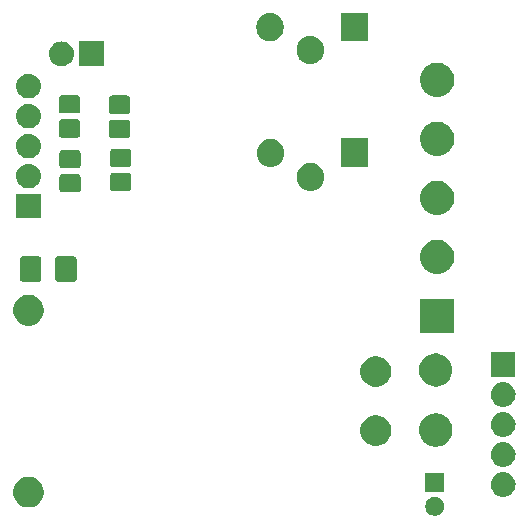
<source format=gbr>
G04 #@! TF.GenerationSoftware,KiCad,Pcbnew,5.0.1*
G04 #@! TF.CreationDate,2019-01-05T16:55:32+01:00*
G04 #@! TF.ProjectId,sensor_board-ac-7 -without-regulator-2,73656E736F725F626F6172642D61632D,V1.2*
G04 #@! TF.SameCoordinates,Original*
G04 #@! TF.FileFunction,Soldermask,Top*
G04 #@! TF.FilePolarity,Negative*
%FSLAX46Y46*%
G04 Gerber Fmt 4.6, Leading zero omitted, Abs format (unit mm)*
G04 Created by KiCad (PCBNEW 5.0.1) date Sat 05 Jan 2019 04:55:32 PM CET*
%MOMM*%
%LPD*%
G01*
G04 APERTURE LIST*
%ADD10C,0.100000*%
G04 APERTURE END LIST*
D10*
G36*
X65874572Y-68012424D02*
X66020161Y-68072729D01*
X66151193Y-68160282D01*
X66262619Y-68271708D01*
X66350172Y-68402740D01*
X66410477Y-68548329D01*
X66441220Y-68702886D01*
X66441220Y-68860476D01*
X66410477Y-69015033D01*
X66350172Y-69160622D01*
X66262619Y-69291654D01*
X66151193Y-69403080D01*
X66020161Y-69490633D01*
X65874572Y-69550938D01*
X65720015Y-69581681D01*
X65562425Y-69581681D01*
X65407868Y-69550938D01*
X65262279Y-69490633D01*
X65131247Y-69403080D01*
X65019821Y-69291654D01*
X64932268Y-69160622D01*
X64871963Y-69015033D01*
X64841220Y-68860476D01*
X64841220Y-68702886D01*
X64871963Y-68548329D01*
X64932268Y-68402740D01*
X65019821Y-68271708D01*
X65131247Y-68160282D01*
X65262279Y-68072729D01*
X65407868Y-68012424D01*
X65562425Y-67981681D01*
X65720015Y-67981681D01*
X65874572Y-68012424D01*
X65874572Y-68012424D01*
G37*
G36*
X31640496Y-66320298D02*
X31877080Y-66418294D01*
X32090005Y-66560566D01*
X32271074Y-66741635D01*
X32413346Y-66954560D01*
X32511342Y-67191144D01*
X32561300Y-67442300D01*
X32561300Y-67698380D01*
X32511342Y-67949536D01*
X32413346Y-68186120D01*
X32271074Y-68399045D01*
X32090005Y-68580114D01*
X31877080Y-68722386D01*
X31640496Y-68820382D01*
X31389340Y-68870340D01*
X31133260Y-68870340D01*
X30882104Y-68820382D01*
X30645520Y-68722386D01*
X30432595Y-68580114D01*
X30251526Y-68399045D01*
X30109254Y-68186120D01*
X30011258Y-67949536D01*
X29961300Y-67698380D01*
X29961300Y-67442300D01*
X30011258Y-67191144D01*
X30109254Y-66954560D01*
X30251526Y-66741635D01*
X30432595Y-66560566D01*
X30645520Y-66418294D01*
X30882104Y-66320298D01*
X31133260Y-66270340D01*
X31389340Y-66270340D01*
X31640496Y-66320298D01*
X31640496Y-66320298D01*
G37*
G36*
X71566207Y-65886596D02*
X71643336Y-65894193D01*
X71775287Y-65934220D01*
X71841263Y-65954233D01*
X72023672Y-66051733D01*
X72183554Y-66182946D01*
X72314767Y-66342828D01*
X72412267Y-66525237D01*
X72412267Y-66525238D01*
X72472307Y-66723164D01*
X72492580Y-66929000D01*
X72472307Y-67134836D01*
X72455226Y-67191144D01*
X72412267Y-67332763D01*
X72314767Y-67515172D01*
X72183554Y-67675054D01*
X72023672Y-67806267D01*
X71841263Y-67903767D01*
X71775287Y-67923780D01*
X71643336Y-67963807D01*
X71566207Y-67971404D01*
X71489080Y-67979000D01*
X71385920Y-67979000D01*
X71308793Y-67971404D01*
X71231664Y-67963807D01*
X71099713Y-67923780D01*
X71033737Y-67903767D01*
X70851328Y-67806267D01*
X70691446Y-67675054D01*
X70560233Y-67515172D01*
X70462733Y-67332763D01*
X70419774Y-67191144D01*
X70402693Y-67134836D01*
X70382420Y-66929000D01*
X70402693Y-66723164D01*
X70462733Y-66525238D01*
X70462733Y-66525237D01*
X70560233Y-66342828D01*
X70691446Y-66182946D01*
X70851328Y-66051733D01*
X71033737Y-65954233D01*
X71099713Y-65934220D01*
X71231664Y-65894193D01*
X71308793Y-65886596D01*
X71385920Y-65879000D01*
X71489080Y-65879000D01*
X71566207Y-65886596D01*
X71566207Y-65886596D01*
G37*
G36*
X66441220Y-67581680D02*
X64841220Y-67581680D01*
X64841220Y-65981680D01*
X66441220Y-65981680D01*
X66441220Y-67581680D01*
X66441220Y-67581680D01*
G37*
G36*
X71566207Y-63346597D02*
X71643336Y-63354193D01*
X71775287Y-63394220D01*
X71841263Y-63414233D01*
X72023672Y-63511733D01*
X72183554Y-63642946D01*
X72314767Y-63802828D01*
X72412267Y-63985237D01*
X72412267Y-63985238D01*
X72472307Y-64183164D01*
X72492580Y-64389000D01*
X72472307Y-64594836D01*
X72432280Y-64726787D01*
X72412267Y-64792763D01*
X72314767Y-64975172D01*
X72183554Y-65135054D01*
X72023672Y-65266267D01*
X71841263Y-65363767D01*
X71775287Y-65383780D01*
X71643336Y-65423807D01*
X71566207Y-65431403D01*
X71489080Y-65439000D01*
X71385920Y-65439000D01*
X71308793Y-65431403D01*
X71231664Y-65423807D01*
X71099713Y-65383780D01*
X71033737Y-65363767D01*
X70851328Y-65266267D01*
X70691446Y-65135054D01*
X70560233Y-64975172D01*
X70462733Y-64792763D01*
X70442720Y-64726787D01*
X70402693Y-64594836D01*
X70382420Y-64389000D01*
X70402693Y-64183164D01*
X70462733Y-63985238D01*
X70462733Y-63985237D01*
X70560233Y-63802828D01*
X70691446Y-63642946D01*
X70851328Y-63511733D01*
X71033737Y-63414233D01*
X71099713Y-63394220D01*
X71231664Y-63354193D01*
X71308793Y-63346597D01*
X71385920Y-63339000D01*
X71489080Y-63339000D01*
X71566207Y-63346597D01*
X71566207Y-63346597D01*
G37*
G36*
X66010866Y-60945800D02*
X66146105Y-60972701D01*
X66326263Y-61047325D01*
X66381827Y-61070340D01*
X66400889Y-61078236D01*
X66437870Y-61102946D01*
X66630191Y-61231451D01*
X66825189Y-61426449D01*
X66825191Y-61426452D01*
X66978404Y-61655751D01*
X67083939Y-61910535D01*
X67137740Y-62181012D01*
X67137740Y-62456788D01*
X67083939Y-62727265D01*
X67019097Y-62883807D01*
X66978405Y-62982047D01*
X66825189Y-63211351D01*
X66630191Y-63406349D01*
X66630188Y-63406351D01*
X66400889Y-63559564D01*
X66146105Y-63665099D01*
X66010866Y-63692000D01*
X65875629Y-63718900D01*
X65599851Y-63718900D01*
X65464614Y-63692000D01*
X65329375Y-63665099D01*
X65074591Y-63559564D01*
X64845292Y-63406351D01*
X64845289Y-63406349D01*
X64650291Y-63211351D01*
X64497075Y-62982047D01*
X64456383Y-62883807D01*
X64391541Y-62727265D01*
X64337740Y-62456788D01*
X64337740Y-62181012D01*
X64391541Y-61910535D01*
X64497076Y-61655751D01*
X64650289Y-61426452D01*
X64650291Y-61426449D01*
X64845289Y-61231451D01*
X65037610Y-61102946D01*
X65074591Y-61078236D01*
X65093654Y-61070340D01*
X65149217Y-61047325D01*
X65329375Y-60972701D01*
X65464614Y-60945800D01*
X65599851Y-60918900D01*
X65875629Y-60918900D01*
X66010866Y-60945800D01*
X66010866Y-60945800D01*
G37*
G36*
X61040496Y-61120298D02*
X61277080Y-61218294D01*
X61490005Y-61360566D01*
X61671074Y-61541635D01*
X61813346Y-61754560D01*
X61911342Y-61991144D01*
X61961300Y-62242300D01*
X61961300Y-62498380D01*
X61911342Y-62749536D01*
X61813346Y-62986120D01*
X61671074Y-63199045D01*
X61490005Y-63380114D01*
X61277080Y-63522386D01*
X61040496Y-63620382D01*
X60789340Y-63670340D01*
X60533260Y-63670340D01*
X60282104Y-63620382D01*
X60045520Y-63522386D01*
X59832595Y-63380114D01*
X59651526Y-63199045D01*
X59509254Y-62986120D01*
X59411258Y-62749536D01*
X59361300Y-62498380D01*
X59361300Y-62242300D01*
X59411258Y-61991144D01*
X59509254Y-61754560D01*
X59651526Y-61541635D01*
X59832595Y-61360566D01*
X60045520Y-61218294D01*
X60282104Y-61120298D01*
X60533260Y-61070340D01*
X60789340Y-61070340D01*
X61040496Y-61120298D01*
X61040496Y-61120298D01*
G37*
G36*
X71566207Y-60806596D02*
X71643336Y-60814193D01*
X71775287Y-60854220D01*
X71841263Y-60874233D01*
X72023672Y-60971733D01*
X72183554Y-61102946D01*
X72314767Y-61262828D01*
X72412267Y-61445237D01*
X72412267Y-61445238D01*
X72472307Y-61643164D01*
X72492580Y-61849000D01*
X72472307Y-62054836D01*
X72434032Y-62181011D01*
X72412267Y-62252763D01*
X72314767Y-62435172D01*
X72183554Y-62595054D01*
X72023672Y-62726267D01*
X71841263Y-62823767D01*
X71775287Y-62843780D01*
X71643336Y-62883807D01*
X71566207Y-62891403D01*
X71489080Y-62899000D01*
X71385920Y-62899000D01*
X71308793Y-62891403D01*
X71231664Y-62883807D01*
X71099713Y-62843780D01*
X71033737Y-62823767D01*
X70851328Y-62726267D01*
X70691446Y-62595054D01*
X70560233Y-62435172D01*
X70462733Y-62252763D01*
X70440968Y-62181011D01*
X70402693Y-62054836D01*
X70382420Y-61849000D01*
X70402693Y-61643164D01*
X70462733Y-61445238D01*
X70462733Y-61445237D01*
X70560233Y-61262828D01*
X70691446Y-61102946D01*
X70851328Y-60971733D01*
X71033737Y-60874233D01*
X71099713Y-60854220D01*
X71231664Y-60814193D01*
X71308793Y-60806596D01*
X71385920Y-60799000D01*
X71489080Y-60799000D01*
X71566207Y-60806596D01*
X71566207Y-60806596D01*
G37*
G36*
X71566207Y-58266597D02*
X71643336Y-58274193D01*
X71775287Y-58314220D01*
X71841263Y-58334233D01*
X72023672Y-58431733D01*
X72183554Y-58562946D01*
X72314767Y-58722828D01*
X72412267Y-58905237D01*
X72412267Y-58905238D01*
X72472307Y-59103164D01*
X72492580Y-59309000D01*
X72472307Y-59514836D01*
X72432280Y-59646787D01*
X72412267Y-59712763D01*
X72314767Y-59895172D01*
X72183554Y-60055054D01*
X72023672Y-60186267D01*
X71841263Y-60283767D01*
X71775287Y-60303780D01*
X71643336Y-60343807D01*
X71566207Y-60351403D01*
X71489080Y-60359000D01*
X71385920Y-60359000D01*
X71308793Y-60351403D01*
X71231664Y-60343807D01*
X71099713Y-60303780D01*
X71033737Y-60283767D01*
X70851328Y-60186267D01*
X70691446Y-60055054D01*
X70560233Y-59895172D01*
X70462733Y-59712763D01*
X70442720Y-59646787D01*
X70402693Y-59514836D01*
X70382420Y-59309000D01*
X70402693Y-59103164D01*
X70462733Y-58905238D01*
X70462733Y-58905237D01*
X70560233Y-58722828D01*
X70691446Y-58562946D01*
X70851328Y-58431733D01*
X71033737Y-58334233D01*
X71099713Y-58314220D01*
X71231664Y-58274193D01*
X71308793Y-58266597D01*
X71385920Y-58259000D01*
X71489080Y-58259000D01*
X71566207Y-58266597D01*
X71566207Y-58266597D01*
G37*
G36*
X61040496Y-56120298D02*
X61277080Y-56218294D01*
X61490005Y-56360566D01*
X61671074Y-56541635D01*
X61813346Y-56754560D01*
X61911342Y-56991144D01*
X61961300Y-57242300D01*
X61961300Y-57498380D01*
X61911342Y-57749536D01*
X61813346Y-57986120D01*
X61671074Y-58199045D01*
X61490005Y-58380114D01*
X61277080Y-58522386D01*
X61040496Y-58620382D01*
X60789340Y-58670340D01*
X60533260Y-58670340D01*
X60282104Y-58620382D01*
X60045520Y-58522386D01*
X59832595Y-58380114D01*
X59651526Y-58199045D01*
X59509254Y-57986120D01*
X59411258Y-57749536D01*
X59361300Y-57498380D01*
X59361300Y-57242300D01*
X59411258Y-56991144D01*
X59509254Y-56754560D01*
X59651526Y-56541635D01*
X59832595Y-56360566D01*
X60045520Y-56218294D01*
X60282104Y-56120298D01*
X60533260Y-56070340D01*
X60789340Y-56070340D01*
X61040496Y-56120298D01*
X61040496Y-56120298D01*
G37*
G36*
X66012188Y-55859157D02*
X66276089Y-55939210D01*
X66519302Y-56069210D01*
X66732479Y-56244161D01*
X66907430Y-56457338D01*
X67037430Y-56700551D01*
X67117483Y-56964452D01*
X67144514Y-57238900D01*
X67117483Y-57513348D01*
X67037430Y-57777249D01*
X66907430Y-58020462D01*
X66732479Y-58233639D01*
X66519302Y-58408590D01*
X66276089Y-58538590D01*
X66012188Y-58618643D01*
X65806517Y-58638900D01*
X65668963Y-58638900D01*
X65463292Y-58618643D01*
X65199391Y-58538590D01*
X64956178Y-58408590D01*
X64743001Y-58233639D01*
X64568050Y-58020462D01*
X64438050Y-57777249D01*
X64357997Y-57513348D01*
X64330966Y-57238900D01*
X64357997Y-56964452D01*
X64438050Y-56700551D01*
X64568050Y-56457338D01*
X64743001Y-56244161D01*
X64956178Y-56069210D01*
X65199391Y-55939210D01*
X65463292Y-55859157D01*
X65668963Y-55838900D01*
X65806517Y-55838900D01*
X66012188Y-55859157D01*
X66012188Y-55859157D01*
G37*
G36*
X72487500Y-57819000D02*
X70387500Y-57819000D01*
X70387500Y-55719000D01*
X72487500Y-55719000D01*
X72487500Y-57819000D01*
X72487500Y-57819000D01*
G37*
G36*
X67304580Y-54111820D02*
X64404580Y-54111820D01*
X64404580Y-51211820D01*
X67304580Y-51211820D01*
X67304580Y-54111820D01*
X67304580Y-54111820D01*
G37*
G36*
X31640496Y-50920298D02*
X31877080Y-51018294D01*
X32090005Y-51160566D01*
X32271074Y-51341635D01*
X32413346Y-51554560D01*
X32511342Y-51791144D01*
X32561300Y-52042300D01*
X32561300Y-52298380D01*
X32511342Y-52549536D01*
X32413346Y-52786120D01*
X32271074Y-52999045D01*
X32090005Y-53180114D01*
X31877080Y-53322386D01*
X31640496Y-53420382D01*
X31389340Y-53470340D01*
X31133260Y-53470340D01*
X30882104Y-53420382D01*
X30645520Y-53322386D01*
X30432595Y-53180114D01*
X30251526Y-52999045D01*
X30109254Y-52786120D01*
X30011258Y-52549536D01*
X29961300Y-52298380D01*
X29961300Y-52042300D01*
X30011258Y-51791144D01*
X30109254Y-51554560D01*
X30251526Y-51341635D01*
X30432595Y-51160566D01*
X30645520Y-51018294D01*
X30882104Y-50920298D01*
X31133260Y-50870340D01*
X31389340Y-50870340D01*
X31640496Y-50920298D01*
X31640496Y-50920298D01*
G37*
G36*
X32163582Y-47616906D02*
X32208304Y-47630473D01*
X32249533Y-47652510D01*
X32285661Y-47682159D01*
X32315310Y-47718287D01*
X32337347Y-47759516D01*
X32350914Y-47804238D01*
X32356100Y-47856895D01*
X32356100Y-49516545D01*
X32350914Y-49569202D01*
X32337347Y-49613924D01*
X32315310Y-49655153D01*
X32285661Y-49691281D01*
X32249533Y-49720930D01*
X32208304Y-49742967D01*
X32163582Y-49756534D01*
X32110925Y-49761720D01*
X30776275Y-49761720D01*
X30723618Y-49756534D01*
X30678896Y-49742967D01*
X30637667Y-49720930D01*
X30601539Y-49691281D01*
X30571890Y-49655153D01*
X30549853Y-49613924D01*
X30536286Y-49569202D01*
X30531100Y-49516545D01*
X30531100Y-47856895D01*
X30536286Y-47804238D01*
X30549853Y-47759516D01*
X30571890Y-47718287D01*
X30601539Y-47682159D01*
X30637667Y-47652510D01*
X30678896Y-47630473D01*
X30723618Y-47616906D01*
X30776275Y-47611720D01*
X32110925Y-47611720D01*
X32163582Y-47616906D01*
X32163582Y-47616906D01*
G37*
G36*
X35138582Y-47616906D02*
X35183304Y-47630473D01*
X35224533Y-47652510D01*
X35260661Y-47682159D01*
X35290310Y-47718287D01*
X35312347Y-47759516D01*
X35325914Y-47804238D01*
X35331100Y-47856895D01*
X35331100Y-49516545D01*
X35325914Y-49569202D01*
X35312347Y-49613924D01*
X35290310Y-49655153D01*
X35260661Y-49691281D01*
X35224533Y-49720930D01*
X35183304Y-49742967D01*
X35138582Y-49756534D01*
X35085925Y-49761720D01*
X33751275Y-49761720D01*
X33698618Y-49756534D01*
X33653896Y-49742967D01*
X33612667Y-49720930D01*
X33576539Y-49691281D01*
X33546890Y-49655153D01*
X33524853Y-49613924D01*
X33511286Y-49569202D01*
X33506100Y-49516545D01*
X33506100Y-47856895D01*
X33511286Y-47804238D01*
X33524853Y-47759516D01*
X33546890Y-47718287D01*
X33576539Y-47682159D01*
X33612667Y-47652510D01*
X33653896Y-47630473D01*
X33698618Y-47616906D01*
X33751275Y-47611720D01*
X35085925Y-47611720D01*
X35138582Y-47616906D01*
X35138582Y-47616906D01*
G37*
G36*
X66277527Y-46267542D02*
X66541413Y-46376847D01*
X66778904Y-46535533D01*
X66980867Y-46737496D01*
X67139553Y-46974987D01*
X67248858Y-47238873D01*
X67304580Y-47519006D01*
X67304580Y-47804634D01*
X67248858Y-48084767D01*
X67139553Y-48348653D01*
X66980867Y-48586144D01*
X66778904Y-48788107D01*
X66541413Y-48946793D01*
X66277527Y-49056098D01*
X65997394Y-49111820D01*
X65711766Y-49111820D01*
X65431633Y-49056098D01*
X65167747Y-48946793D01*
X64930256Y-48788107D01*
X64728293Y-48586144D01*
X64569607Y-48348653D01*
X64460302Y-48084767D01*
X64404580Y-47804634D01*
X64404580Y-47519006D01*
X64460302Y-47238873D01*
X64569607Y-46974987D01*
X64728293Y-46737496D01*
X64930256Y-46535533D01*
X65167747Y-46376847D01*
X65431633Y-46267542D01*
X65711766Y-46211820D01*
X65997394Y-46211820D01*
X66277527Y-46267542D01*
X66277527Y-46267542D01*
G37*
G36*
X32304700Y-44407800D02*
X30204700Y-44407800D01*
X30204700Y-42307800D01*
X32304700Y-42307800D01*
X32304700Y-44407800D01*
X32304700Y-44407800D01*
G37*
G36*
X66277527Y-41267542D02*
X66541413Y-41376847D01*
X66778904Y-41535533D01*
X66980867Y-41737496D01*
X67139553Y-41974987D01*
X67248858Y-42238873D01*
X67304580Y-42519006D01*
X67304580Y-42804634D01*
X67248858Y-43084767D01*
X67139553Y-43348653D01*
X66980867Y-43586144D01*
X66778904Y-43788107D01*
X66541413Y-43946793D01*
X66277527Y-44056098D01*
X65997394Y-44111820D01*
X65711766Y-44111820D01*
X65431633Y-44056098D01*
X65167747Y-43946793D01*
X64930256Y-43788107D01*
X64728293Y-43586144D01*
X64569607Y-43348653D01*
X64460302Y-43084767D01*
X64404580Y-42804634D01*
X64404580Y-42519006D01*
X64460302Y-42238873D01*
X64569607Y-41974987D01*
X64728293Y-41737496D01*
X64930256Y-41535533D01*
X65167747Y-41376847D01*
X65431633Y-41267542D01*
X65711766Y-41211820D01*
X65997394Y-41211820D01*
X66277527Y-41267542D01*
X66277527Y-41267542D01*
G37*
G36*
X35463210Y-40664570D02*
X35513059Y-40679691D01*
X35558991Y-40704242D01*
X35599254Y-40737286D01*
X35632298Y-40777549D01*
X35656849Y-40823481D01*
X35671970Y-40873330D01*
X35677680Y-40931304D01*
X35677680Y-41936416D01*
X35671970Y-41994390D01*
X35656849Y-42044239D01*
X35632298Y-42090171D01*
X35599254Y-42130434D01*
X35558991Y-42163478D01*
X35513059Y-42188029D01*
X35463210Y-42203150D01*
X35405236Y-42208860D01*
X34150124Y-42208860D01*
X34092150Y-42203150D01*
X34042301Y-42188029D01*
X33996369Y-42163478D01*
X33956106Y-42130434D01*
X33923062Y-42090171D01*
X33898511Y-42044239D01*
X33883390Y-41994390D01*
X33877680Y-41936416D01*
X33877680Y-40931304D01*
X33883390Y-40873330D01*
X33898511Y-40823481D01*
X33923062Y-40777549D01*
X33956106Y-40737286D01*
X33996369Y-40704242D01*
X34042301Y-40679691D01*
X34092150Y-40664570D01*
X34150124Y-40658860D01*
X35405236Y-40658860D01*
X35463210Y-40664570D01*
X35463210Y-40664570D01*
G37*
G36*
X39748190Y-40555350D02*
X39798039Y-40570471D01*
X39843971Y-40595022D01*
X39884234Y-40628066D01*
X39917278Y-40668329D01*
X39941829Y-40714261D01*
X39956950Y-40764110D01*
X39962660Y-40822084D01*
X39962660Y-41827196D01*
X39956950Y-41885170D01*
X39941829Y-41935019D01*
X39917278Y-41980951D01*
X39884234Y-42021214D01*
X39843971Y-42054258D01*
X39798039Y-42078809D01*
X39748190Y-42093930D01*
X39690216Y-42099640D01*
X38435104Y-42099640D01*
X38377130Y-42093930D01*
X38327281Y-42078809D01*
X38281349Y-42054258D01*
X38241086Y-42021214D01*
X38208042Y-41980951D01*
X38183491Y-41935019D01*
X38168370Y-41885170D01*
X38162660Y-41827196D01*
X38162660Y-40822084D01*
X38168370Y-40764110D01*
X38183491Y-40714261D01*
X38208042Y-40668329D01*
X38241086Y-40628066D01*
X38281349Y-40595022D01*
X38327281Y-40570471D01*
X38377130Y-40555350D01*
X38435104Y-40549640D01*
X39690216Y-40549640D01*
X39748190Y-40555350D01*
X39748190Y-40555350D01*
G37*
G36*
X55349009Y-39695436D02*
X55407381Y-39713143D01*
X55566257Y-39761337D01*
X55766475Y-39868356D01*
X55941961Y-40012373D01*
X56015575Y-40102073D01*
X56085985Y-40187868D01*
X56085986Y-40187870D01*
X56193003Y-40388084D01*
X56200876Y-40414038D01*
X56258904Y-40605331D01*
X56258904Y-40605333D01*
X56275580Y-40774645D01*
X56275580Y-40982876D01*
X56258904Y-41152188D01*
X56193003Y-41369437D01*
X56085984Y-41569655D01*
X55941967Y-41745141D01*
X55840489Y-41828421D01*
X55766472Y-41889165D01*
X55766470Y-41889166D01*
X55566256Y-41996183D01*
X55483739Y-42021214D01*
X55349008Y-42062084D01*
X55123080Y-42084336D01*
X54897151Y-42062084D01*
X54762420Y-42021214D01*
X54679903Y-41996183D01*
X54479685Y-41889164D01*
X54304199Y-41745147D01*
X54208182Y-41628149D01*
X54160175Y-41569652D01*
X54071617Y-41403972D01*
X54053157Y-41369436D01*
X54005345Y-41211820D01*
X53987256Y-41152188D01*
X53974595Y-41023636D01*
X53970580Y-40982875D01*
X53970580Y-40774644D01*
X53987256Y-40605332D01*
X54002186Y-40556115D01*
X54045284Y-40414037D01*
X54053157Y-40388083D01*
X54136784Y-40231629D01*
X54160175Y-40187867D01*
X54230585Y-40102073D01*
X54304197Y-40012376D01*
X54479686Y-39868356D01*
X54679904Y-39761337D01*
X54838780Y-39713143D01*
X54897152Y-39695436D01*
X55123080Y-39673184D01*
X55349009Y-39695436D01*
X55349009Y-39695436D01*
G37*
G36*
X31383407Y-39775396D02*
X31460536Y-39782993D01*
X31588809Y-39821904D01*
X31658463Y-39843033D01*
X31840872Y-39940533D01*
X32000754Y-40071746D01*
X32131967Y-40231628D01*
X32229467Y-40414037D01*
X32229467Y-40414038D01*
X32289507Y-40611964D01*
X32309780Y-40817800D01*
X32289507Y-41023636D01*
X32250512Y-41152187D01*
X32229467Y-41221563D01*
X32131967Y-41403972D01*
X32000754Y-41563854D01*
X31840872Y-41695067D01*
X31658463Y-41792567D01*
X31592487Y-41812580D01*
X31460536Y-41852607D01*
X31383407Y-41860204D01*
X31306280Y-41867800D01*
X31203120Y-41867800D01*
X31125993Y-41860204D01*
X31048864Y-41852607D01*
X30916913Y-41812580D01*
X30850937Y-41792567D01*
X30668528Y-41695067D01*
X30508646Y-41563854D01*
X30377433Y-41403972D01*
X30279933Y-41221563D01*
X30258888Y-41152187D01*
X30219893Y-41023636D01*
X30199620Y-40817800D01*
X30219893Y-40611964D01*
X30279933Y-40414038D01*
X30279933Y-40414037D01*
X30377433Y-40231628D01*
X30508646Y-40071746D01*
X30668528Y-39940533D01*
X30850937Y-39843033D01*
X30920591Y-39821904D01*
X31048864Y-39782993D01*
X31125993Y-39775396D01*
X31203120Y-39767800D01*
X31306280Y-39767800D01*
X31383407Y-39775396D01*
X31383407Y-39775396D01*
G37*
G36*
X35463210Y-38614570D02*
X35513059Y-38629691D01*
X35558991Y-38654242D01*
X35599254Y-38687286D01*
X35632298Y-38727549D01*
X35656849Y-38773481D01*
X35671970Y-38823330D01*
X35677680Y-38881304D01*
X35677680Y-39886416D01*
X35671970Y-39944390D01*
X35656849Y-39994239D01*
X35632298Y-40040171D01*
X35599254Y-40080434D01*
X35558991Y-40113478D01*
X35513059Y-40138029D01*
X35463210Y-40153150D01*
X35405236Y-40158860D01*
X34150124Y-40158860D01*
X34092150Y-40153150D01*
X34042301Y-40138029D01*
X33996369Y-40113478D01*
X33956106Y-40080434D01*
X33923062Y-40040171D01*
X33898511Y-39994239D01*
X33883390Y-39944390D01*
X33877680Y-39886416D01*
X33877680Y-38881304D01*
X33883390Y-38823330D01*
X33898511Y-38773481D01*
X33923062Y-38727549D01*
X33956106Y-38687286D01*
X33996369Y-38654242D01*
X34042301Y-38629691D01*
X34092150Y-38614570D01*
X34150124Y-38608860D01*
X35405236Y-38608860D01*
X35463210Y-38614570D01*
X35463210Y-38614570D01*
G37*
G36*
X51983509Y-37663436D02*
X52076446Y-37691628D01*
X52200757Y-37729337D01*
X52400975Y-37836356D01*
X52576461Y-37980373D01*
X52672478Y-38097371D01*
X52720485Y-38155868D01*
X52720486Y-38155870D01*
X52827503Y-38356084D01*
X52827503Y-38356085D01*
X52893404Y-38573332D01*
X52894666Y-38586144D01*
X52910080Y-38742645D01*
X52910080Y-38950876D01*
X52893404Y-39120188D01*
X52827503Y-39337437D01*
X52720484Y-39537655D01*
X52576467Y-39713141D01*
X52496922Y-39778421D01*
X52400972Y-39857165D01*
X52400970Y-39857166D01*
X52200756Y-39964183D01*
X52101673Y-39994239D01*
X51983508Y-40030084D01*
X51757580Y-40052336D01*
X51531651Y-40030084D01*
X51413486Y-39994239D01*
X51314403Y-39964183D01*
X51114185Y-39857164D01*
X50938699Y-39713147D01*
X50842682Y-39596149D01*
X50794675Y-39537652D01*
X50687658Y-39337437D01*
X50687657Y-39337436D01*
X50654707Y-39228812D01*
X50621756Y-39120188D01*
X50605080Y-38950873D01*
X50605080Y-38742646D01*
X50607891Y-38714110D01*
X50621756Y-38573332D01*
X50630344Y-38545022D01*
X50654707Y-38464707D01*
X50687657Y-38356083D01*
X50744860Y-38249065D01*
X50794675Y-38155867D01*
X50853024Y-38084769D01*
X50938697Y-37980376D01*
X51114186Y-37836356D01*
X51314404Y-37729337D01*
X51438715Y-37691628D01*
X51531652Y-37663436D01*
X51757580Y-37641184D01*
X51983509Y-37663436D01*
X51983509Y-37663436D01*
G37*
G36*
X39748190Y-38505350D02*
X39798039Y-38520471D01*
X39843971Y-38545022D01*
X39884234Y-38578066D01*
X39917278Y-38618329D01*
X39941829Y-38664261D01*
X39956950Y-38714110D01*
X39962660Y-38772084D01*
X39962660Y-39777196D01*
X39956950Y-39835170D01*
X39941829Y-39885019D01*
X39917278Y-39930951D01*
X39884234Y-39971214D01*
X39843971Y-40004258D01*
X39798039Y-40028809D01*
X39748190Y-40043930D01*
X39690216Y-40049640D01*
X38435104Y-40049640D01*
X38377130Y-40043930D01*
X38327281Y-40028809D01*
X38281349Y-40004258D01*
X38241086Y-39971214D01*
X38208042Y-39930951D01*
X38183491Y-39885019D01*
X38168370Y-39835170D01*
X38162660Y-39777196D01*
X38162660Y-38772084D01*
X38168370Y-38714110D01*
X38183491Y-38664261D01*
X38208042Y-38618329D01*
X38241086Y-38578066D01*
X38281349Y-38545022D01*
X38327281Y-38520471D01*
X38377130Y-38505350D01*
X38435104Y-38499640D01*
X39690216Y-38499640D01*
X39748190Y-38505350D01*
X39748190Y-38505350D01*
G37*
G36*
X60017000Y-40034060D02*
X57712000Y-40034060D01*
X57712000Y-37634060D01*
X60017000Y-37634060D01*
X60017000Y-40034060D01*
X60017000Y-40034060D01*
G37*
G36*
X31383407Y-37235396D02*
X31460536Y-37242993D01*
X31592487Y-37283020D01*
X31658463Y-37303033D01*
X31840872Y-37400533D01*
X32000754Y-37531746D01*
X32131967Y-37691628D01*
X32229467Y-37874037D01*
X32229467Y-37874038D01*
X32289507Y-38071964D01*
X32309780Y-38277800D01*
X32289507Y-38483636D01*
X32258412Y-38586144D01*
X32229467Y-38681563D01*
X32131967Y-38863972D01*
X32000754Y-39023854D01*
X31840872Y-39155067D01*
X31658463Y-39252567D01*
X31592487Y-39272580D01*
X31460536Y-39312607D01*
X31383407Y-39320203D01*
X31306280Y-39327800D01*
X31203120Y-39327800D01*
X31125993Y-39320203D01*
X31048864Y-39312607D01*
X30916913Y-39272580D01*
X30850937Y-39252567D01*
X30668528Y-39155067D01*
X30508646Y-39023854D01*
X30377433Y-38863972D01*
X30279933Y-38681563D01*
X30250988Y-38586144D01*
X30219893Y-38483636D01*
X30199620Y-38277800D01*
X30219893Y-38071964D01*
X30279933Y-37874038D01*
X30279933Y-37874037D01*
X30377433Y-37691628D01*
X30508646Y-37531746D01*
X30668528Y-37400533D01*
X30850937Y-37303033D01*
X30916913Y-37283020D01*
X31048864Y-37242993D01*
X31125993Y-37235396D01*
X31203120Y-37227800D01*
X31306280Y-37227800D01*
X31383407Y-37235396D01*
X31383407Y-37235396D01*
G37*
G36*
X66277527Y-36267542D02*
X66541413Y-36376847D01*
X66778904Y-36535533D01*
X66980867Y-36737496D01*
X67139553Y-36974987D01*
X67248858Y-37238873D01*
X67304580Y-37519006D01*
X67304580Y-37804634D01*
X67248858Y-38084767D01*
X67139553Y-38348653D01*
X66980867Y-38586144D01*
X66778904Y-38788107D01*
X66541413Y-38946793D01*
X66277527Y-39056098D01*
X65997394Y-39111820D01*
X65711766Y-39111820D01*
X65431633Y-39056098D01*
X65167747Y-38946793D01*
X64930256Y-38788107D01*
X64728293Y-38586144D01*
X64569607Y-38348653D01*
X64460302Y-38084767D01*
X64404580Y-37804634D01*
X64404580Y-37519006D01*
X64460302Y-37238873D01*
X64569607Y-36974987D01*
X64728293Y-36737496D01*
X64930256Y-36535533D01*
X65167747Y-36376847D01*
X65431633Y-36267542D01*
X65711766Y-36211820D01*
X65997394Y-36211820D01*
X66277527Y-36267542D01*
X66277527Y-36267542D01*
G37*
G36*
X39644050Y-36051930D02*
X39693899Y-36067051D01*
X39739831Y-36091602D01*
X39780094Y-36124646D01*
X39813138Y-36164909D01*
X39837689Y-36210841D01*
X39852810Y-36260690D01*
X39858520Y-36318664D01*
X39858520Y-37323776D01*
X39852810Y-37381750D01*
X39837689Y-37431599D01*
X39813138Y-37477531D01*
X39780094Y-37517794D01*
X39739831Y-37550838D01*
X39693899Y-37575389D01*
X39644050Y-37590510D01*
X39586076Y-37596220D01*
X38330964Y-37596220D01*
X38272990Y-37590510D01*
X38223141Y-37575389D01*
X38177209Y-37550838D01*
X38136946Y-37517794D01*
X38103902Y-37477531D01*
X38079351Y-37431599D01*
X38064230Y-37381750D01*
X38058520Y-37323776D01*
X38058520Y-36318664D01*
X38064230Y-36260690D01*
X38079351Y-36210841D01*
X38103902Y-36164909D01*
X38136946Y-36124646D01*
X38177209Y-36091602D01*
X38223141Y-36067051D01*
X38272990Y-36051930D01*
X38330964Y-36046220D01*
X39586076Y-36046220D01*
X39644050Y-36051930D01*
X39644050Y-36051930D01*
G37*
G36*
X35414950Y-36023990D02*
X35464799Y-36039111D01*
X35510731Y-36063662D01*
X35550994Y-36096706D01*
X35584038Y-36136969D01*
X35608589Y-36182901D01*
X35623710Y-36232750D01*
X35629420Y-36290724D01*
X35629420Y-37295836D01*
X35623710Y-37353810D01*
X35608589Y-37403659D01*
X35584038Y-37449591D01*
X35550994Y-37489854D01*
X35510731Y-37522898D01*
X35464799Y-37547449D01*
X35414950Y-37562570D01*
X35356976Y-37568280D01*
X34101864Y-37568280D01*
X34043890Y-37562570D01*
X33994041Y-37547449D01*
X33948109Y-37522898D01*
X33907846Y-37489854D01*
X33874802Y-37449591D01*
X33850251Y-37403659D01*
X33835130Y-37353810D01*
X33829420Y-37295836D01*
X33829420Y-36290724D01*
X33835130Y-36232750D01*
X33850251Y-36182901D01*
X33874802Y-36136969D01*
X33907846Y-36096706D01*
X33948109Y-36063662D01*
X33994041Y-36039111D01*
X34043890Y-36023990D01*
X34101864Y-36018280D01*
X35356976Y-36018280D01*
X35414950Y-36023990D01*
X35414950Y-36023990D01*
G37*
G36*
X31383407Y-34695396D02*
X31460536Y-34702993D01*
X31592487Y-34743020D01*
X31658463Y-34763033D01*
X31840872Y-34860533D01*
X32000754Y-34991746D01*
X32131967Y-35151628D01*
X32229467Y-35334037D01*
X32248405Y-35396467D01*
X32289507Y-35531964D01*
X32309780Y-35737800D01*
X32289507Y-35943636D01*
X32256656Y-36051930D01*
X32229467Y-36141563D01*
X32131967Y-36323972D01*
X32000754Y-36483854D01*
X31840872Y-36615067D01*
X31658463Y-36712567D01*
X31592487Y-36732580D01*
X31460536Y-36772607D01*
X31383407Y-36780203D01*
X31306280Y-36787800D01*
X31203120Y-36787800D01*
X31125993Y-36780203D01*
X31048864Y-36772607D01*
X30916913Y-36732580D01*
X30850937Y-36712567D01*
X30668528Y-36615067D01*
X30508646Y-36483854D01*
X30377433Y-36323972D01*
X30279933Y-36141563D01*
X30252744Y-36051930D01*
X30219893Y-35943636D01*
X30199620Y-35737800D01*
X30219893Y-35531964D01*
X30260995Y-35396467D01*
X30279933Y-35334037D01*
X30377433Y-35151628D01*
X30508646Y-34991746D01*
X30668528Y-34860533D01*
X30850937Y-34763033D01*
X30916913Y-34743020D01*
X31048864Y-34702993D01*
X31125993Y-34695396D01*
X31203120Y-34687800D01*
X31306280Y-34687800D01*
X31383407Y-34695396D01*
X31383407Y-34695396D01*
G37*
G36*
X39644050Y-34001930D02*
X39693899Y-34017051D01*
X39739831Y-34041602D01*
X39780094Y-34074646D01*
X39813138Y-34114909D01*
X39837689Y-34160841D01*
X39852810Y-34210690D01*
X39858520Y-34268664D01*
X39858520Y-35273776D01*
X39852810Y-35331750D01*
X39837689Y-35381599D01*
X39813138Y-35427531D01*
X39780094Y-35467794D01*
X39739831Y-35500838D01*
X39693899Y-35525389D01*
X39644050Y-35540510D01*
X39586076Y-35546220D01*
X38330964Y-35546220D01*
X38272990Y-35540510D01*
X38223141Y-35525389D01*
X38177209Y-35500838D01*
X38136946Y-35467794D01*
X38103902Y-35427531D01*
X38079351Y-35381599D01*
X38064230Y-35331750D01*
X38058520Y-35273776D01*
X38058520Y-34268664D01*
X38064230Y-34210690D01*
X38079351Y-34160841D01*
X38103902Y-34114909D01*
X38136946Y-34074646D01*
X38177209Y-34041602D01*
X38223141Y-34017051D01*
X38272990Y-34001930D01*
X38330964Y-33996220D01*
X39586076Y-33996220D01*
X39644050Y-34001930D01*
X39644050Y-34001930D01*
G37*
G36*
X35414950Y-33973990D02*
X35464799Y-33989111D01*
X35510731Y-34013662D01*
X35550994Y-34046706D01*
X35584038Y-34086969D01*
X35608589Y-34132901D01*
X35623710Y-34182750D01*
X35629420Y-34240724D01*
X35629420Y-35245836D01*
X35623710Y-35303810D01*
X35608589Y-35353659D01*
X35584038Y-35399591D01*
X35550994Y-35439854D01*
X35510731Y-35472898D01*
X35464799Y-35497449D01*
X35414950Y-35512570D01*
X35356976Y-35518280D01*
X34101864Y-35518280D01*
X34043890Y-35512570D01*
X33994041Y-35497449D01*
X33948109Y-35472898D01*
X33907846Y-35439854D01*
X33874802Y-35399591D01*
X33850251Y-35353659D01*
X33835130Y-35303810D01*
X33829420Y-35245836D01*
X33829420Y-34240724D01*
X33835130Y-34182750D01*
X33850251Y-34132901D01*
X33874802Y-34086969D01*
X33907846Y-34046706D01*
X33948109Y-34013662D01*
X33994041Y-33989111D01*
X34043890Y-33973990D01*
X34101864Y-33968280D01*
X35356976Y-33968280D01*
X35414950Y-33973990D01*
X35414950Y-33973990D01*
G37*
G36*
X31383407Y-32155396D02*
X31460536Y-32162993D01*
X31592487Y-32203020D01*
X31658463Y-32223033D01*
X31840872Y-32320533D01*
X32000754Y-32451746D01*
X32131967Y-32611628D01*
X32229467Y-32794037D01*
X32249480Y-32860013D01*
X32289507Y-32991964D01*
X32309780Y-33197800D01*
X32289507Y-33403636D01*
X32249480Y-33535587D01*
X32229467Y-33601563D01*
X32131967Y-33783972D01*
X32000754Y-33943854D01*
X31840872Y-34075067D01*
X31658463Y-34172567D01*
X31592487Y-34192580D01*
X31460536Y-34232607D01*
X31390560Y-34239499D01*
X31306280Y-34247800D01*
X31203120Y-34247800D01*
X31118840Y-34239499D01*
X31048864Y-34232607D01*
X30916913Y-34192580D01*
X30850937Y-34172567D01*
X30668528Y-34075067D01*
X30508646Y-33943854D01*
X30377433Y-33783972D01*
X30279933Y-33601563D01*
X30259920Y-33535587D01*
X30219893Y-33403636D01*
X30199620Y-33197800D01*
X30219893Y-32991964D01*
X30259920Y-32860013D01*
X30279933Y-32794037D01*
X30377433Y-32611628D01*
X30508646Y-32451746D01*
X30668528Y-32320533D01*
X30850937Y-32223033D01*
X30916913Y-32203020D01*
X31048864Y-32162993D01*
X31125993Y-32155396D01*
X31203120Y-32147800D01*
X31306280Y-32147800D01*
X31383407Y-32155396D01*
X31383407Y-32155396D01*
G37*
G36*
X66277527Y-31267542D02*
X66541413Y-31376847D01*
X66778904Y-31535533D01*
X66980867Y-31737496D01*
X67139553Y-31974987D01*
X67248858Y-32238873D01*
X67304580Y-32519006D01*
X67304580Y-32804634D01*
X67248858Y-33084767D01*
X67139553Y-33348653D01*
X66980867Y-33586144D01*
X66778904Y-33788107D01*
X66541413Y-33946793D01*
X66277527Y-34056098D01*
X65997394Y-34111820D01*
X65711766Y-34111820D01*
X65431633Y-34056098D01*
X65167747Y-33946793D01*
X64930256Y-33788107D01*
X64728293Y-33586144D01*
X64569607Y-33348653D01*
X64460302Y-33084767D01*
X64404580Y-32804634D01*
X64404580Y-32519006D01*
X64460302Y-32238873D01*
X64569607Y-31974987D01*
X64728293Y-31737496D01*
X64930256Y-31535533D01*
X65167747Y-31376847D01*
X65431633Y-31267542D01*
X65711766Y-31211820D01*
X65997394Y-31211820D01*
X66277527Y-31267542D01*
X66277527Y-31267542D01*
G37*
G36*
X37628540Y-31517300D02*
X35528540Y-31517300D01*
X35528540Y-29417300D01*
X37628540Y-29417300D01*
X37628540Y-31517300D01*
X37628540Y-31517300D01*
G37*
G36*
X34167247Y-29424897D02*
X34244376Y-29432493D01*
X34376327Y-29472520D01*
X34442303Y-29492533D01*
X34624712Y-29590033D01*
X34784594Y-29721246D01*
X34915807Y-29881128D01*
X35013307Y-30063537D01*
X35013307Y-30063538D01*
X35073347Y-30261464D01*
X35093620Y-30467300D01*
X35073347Y-30673136D01*
X35033320Y-30805087D01*
X35013307Y-30871063D01*
X34915807Y-31053472D01*
X34784594Y-31213354D01*
X34624712Y-31344567D01*
X34442303Y-31442067D01*
X34376327Y-31462080D01*
X34244376Y-31502107D01*
X34167247Y-31509703D01*
X34090120Y-31517300D01*
X33986960Y-31517300D01*
X33909833Y-31509703D01*
X33832704Y-31502107D01*
X33700753Y-31462080D01*
X33634777Y-31442067D01*
X33452368Y-31344567D01*
X33292486Y-31213354D01*
X33161273Y-31053472D01*
X33063773Y-30871063D01*
X33043760Y-30805087D01*
X33003733Y-30673136D01*
X32983460Y-30467300D01*
X33003733Y-30261464D01*
X33063773Y-30063538D01*
X33063773Y-30063537D01*
X33161273Y-29881128D01*
X33292486Y-29721246D01*
X33452368Y-29590033D01*
X33634777Y-29492533D01*
X33700753Y-29472520D01*
X33832704Y-29432493D01*
X33909833Y-29424897D01*
X33986960Y-29417300D01*
X34090120Y-29417300D01*
X34167247Y-29424897D01*
X34167247Y-29424897D01*
G37*
G36*
X55331229Y-28941076D02*
X55439852Y-28974026D01*
X55548477Y-29006977D01*
X55748695Y-29113996D01*
X55924181Y-29258013D01*
X55970097Y-29313963D01*
X56068205Y-29433508D01*
X56068206Y-29433510D01*
X56175223Y-29633724D01*
X56175223Y-29633725D01*
X56241124Y-29850971D01*
X56241124Y-29850973D01*
X56257800Y-30020285D01*
X56257800Y-30228516D01*
X56241124Y-30397828D01*
X56175223Y-30615077D01*
X56068204Y-30815295D01*
X55924187Y-30990781D01*
X55807189Y-31086798D01*
X55748692Y-31134805D01*
X55748690Y-31134806D01*
X55548476Y-31241823D01*
X55439852Y-31274773D01*
X55331228Y-31307724D01*
X55105300Y-31329976D01*
X54879371Y-31307724D01*
X54770747Y-31274773D01*
X54662123Y-31241823D01*
X54461905Y-31134804D01*
X54286419Y-30990787D01*
X54188164Y-30871062D01*
X54142395Y-30815292D01*
X54035378Y-30615077D01*
X54035377Y-30615076D01*
X53990550Y-30467300D01*
X53969476Y-30397828D01*
X53963917Y-30341390D01*
X53952800Y-30228515D01*
X53952800Y-30020284D01*
X53969476Y-29850972D01*
X54035377Y-29633723D01*
X54110845Y-29492533D01*
X54142395Y-29433507D01*
X54187325Y-29378760D01*
X54286417Y-29258016D01*
X54461906Y-29113996D01*
X54662124Y-29006977D01*
X54770748Y-28974027D01*
X54879372Y-28941076D01*
X55105300Y-28918824D01*
X55331229Y-28941076D01*
X55331229Y-28941076D01*
G37*
G36*
X51932709Y-27013216D02*
X52041332Y-27046166D01*
X52149957Y-27079117D01*
X52350175Y-27186136D01*
X52525661Y-27330153D01*
X52621678Y-27447151D01*
X52669685Y-27505648D01*
X52669686Y-27505650D01*
X52776703Y-27705864D01*
X52776703Y-27705865D01*
X52842604Y-27923111D01*
X52842604Y-27923113D01*
X52859280Y-28092425D01*
X52859280Y-28300656D01*
X52842604Y-28469968D01*
X52776703Y-28687217D01*
X52669684Y-28887435D01*
X52525667Y-29062921D01*
X52408669Y-29158938D01*
X52350172Y-29206945D01*
X52350170Y-29206946D01*
X52149956Y-29313963D01*
X52041331Y-29346914D01*
X51932708Y-29379864D01*
X51706780Y-29402116D01*
X51480851Y-29379864D01*
X51372228Y-29346914D01*
X51263603Y-29313963D01*
X51063385Y-29206944D01*
X50887899Y-29062927D01*
X50769638Y-28918824D01*
X50743875Y-28887432D01*
X50636858Y-28687217D01*
X50636857Y-28687216D01*
X50603906Y-28578591D01*
X50570956Y-28469968D01*
X50554280Y-28300653D01*
X50554280Y-28092426D01*
X50570956Y-27923111D01*
X50603907Y-27814487D01*
X50636857Y-27705863D01*
X50694060Y-27598845D01*
X50743875Y-27505647D01*
X50769701Y-27474178D01*
X50887897Y-27330156D01*
X51063386Y-27186136D01*
X51263604Y-27079117D01*
X51372229Y-27046166D01*
X51480852Y-27013216D01*
X51706780Y-26990964D01*
X51932709Y-27013216D01*
X51932709Y-27013216D01*
G37*
G36*
X59989060Y-29378760D02*
X57684060Y-29378760D01*
X57684060Y-26978760D01*
X59989060Y-26978760D01*
X59989060Y-29378760D01*
X59989060Y-29378760D01*
G37*
M02*

</source>
